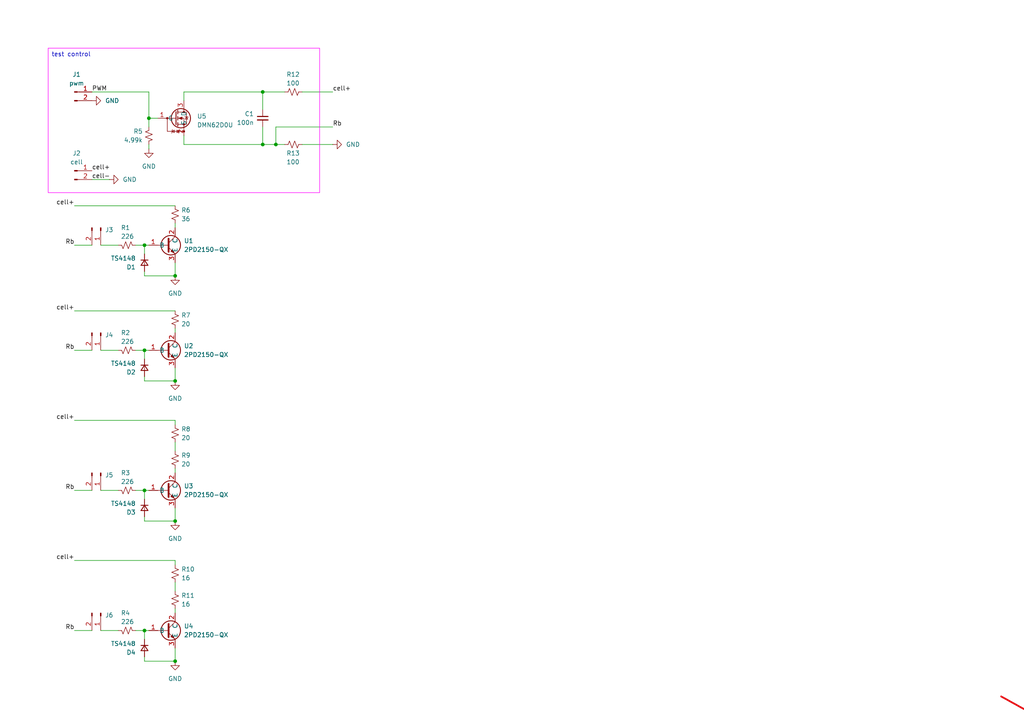
<source format=kicad_sch>
(kicad_sch (version 20250114) (generator "eeschema") (generator_version "9.0")
  (paper "A4")
  (title_block (title "Call balancing curcuit tests") (comment 1 "results recorded in schematic") (comment 2 "PCB layout designed for makerspace PCB mill") (comment 3 "focoused on heating confirmation"))
  (lib_symbols
    (symbol "Connector:Conn_01x02_Pin" (pin_names (offset 1.016) (hide yes))
      (property "Reference" "J" (at 0 2.54 0))
      (property "Value" "Conn_01x02_Pin" (at 0 -5.08 0))
      (symbol "Conn_01x02_Pin_1_1"
        (rectangle (start 0.8636 0.127) (end 0 -0.127) (stroke (width 0.1524)) (fill (type outline)))
        (rectangle (start 0.8636 -2.413) (end 0 -2.667) (stroke (width 0.1524)) (fill (type outline)))
        (polyline (pts (xy 1.27 0) (xy 0.8636 0)) (stroke (width 0.1524)))
        (polyline (pts (xy 1.27 -2.54) (xy 0.8636 -2.54)) (stroke (width 0.1524)))
        (pin passive line (at 5.08 0 180) (length 3.81) (name "Pin_1") (number "1"))
        (pin passive line (at 5.08 -2.54 180) (length 3.81) (name "Pin_2") (number "2"))
      )
    )
    (symbol "Device:C_Small" (pin_numbers (hide yes)) (pin_names (offset 0.254) (hide yes))
      (property "Reference" "C" (at 0.254 1.778 0))
      (property "Value" "C_Small" (at 0.254 -2.032 0))
      (symbol "C_Small_0_1"
        (polyline (pts (xy -1.524 0.508) (xy 1.524 0.508)) (stroke (width 0.3048)))
        (polyline (pts (xy -1.524 -0.508) (xy 1.524 -0.508)) (stroke (width 0.3302)))
      )
      (symbol "C_Small_1_1"
        (pin passive line (at 0 2.54 270) (length 2.032) (name "~") (number "1"))
        (pin passive line (at 0 -2.54 90) (length 2.032) (name "~") (number "2"))
      )
    )
    (symbol "Device:D_Small" (pin_numbers (hide yes)) (pin_names (offset 0.254) (hide yes))
      (property "Reference" "D" (at -1.27 2.032 0))
      (property "Value" "D_Small" (at -3.81 -2.032 0))
      (symbol "D_Small_0_1"
        (polyline (pts (xy -0.762 0) (xy 0.762 0)))
        (polyline (pts (xy -0.762 -1.016) (xy -0.762 1.016)) (stroke (width 0.254)))
        (polyline (pts (xy 0.762 -1.016) (xy -0.762 0) (xy 0.762 1.016) (xy 0.762 -1.016)) (stroke (width 0.254)))
      )
      (symbol "D_Small_1_1"
        (pin passive line (at -2.54 0 0) (length 1.778) (name "K") (number "1"))
        (pin passive line (at 2.54 0 180) (length 1.778) (name "A") (number "2"))
      )
    )
    (symbol "Device:R_Small_US" (pin_numbers (hide yes)) (pin_names (offset 0.254) (hide yes))
      (property "Reference" "R" (at 0.762 0.508 0))
      (property "Value" "R_Small_US" (at 0.762 -1.016 0))
      (symbol "R_Small_US_1_1"
        (polyline (pts (xy 0 1.524) (xy 1.016 1.143) (xy 0 0.762) (xy -1.016 0.381) (xy 0 0)))
        (polyline (pts (xy 0 0) (xy 1.016 -0.381) (xy 0 -0.762) (xy -1.016 -1.143) (xy 0 -1.524)))
        (pin passive line (at 0 2.54 270) (length 1.016) (name "~") (number "1"))
        (pin passive line (at 0 -2.54 90) (length 1.016) (name "~") (number "2"))
      )
    )
    (symbol "power:GND" (power) (pin_numbers (hide yes)) (pin_names (offset 0) (hide yes))
      (property "Value" "GND" (at 0 -3.81 0))
      (symbol "GND_0_1"
        (polyline (pts (xy 0 0) (xy 0 -1.27) (xy 1.27 -1.27) (xy 0 -2.54) (xy -1.27 -1.27) (xy 0 -1.27)))
      )
      (symbol "GND_1_1"
        (pin power_in line (at 0 0 270) (length 0) (name "~") (number "1"))
      )
    )
    (symbol "zzLocalLibrary:2PD2150-QX"
      (property "Reference" "U" (at 0 0 0))
      (property "Value" "2PD2150-QX" (at 0 0 0))
      (symbol "2PD2150-QX_0_1"
        (polyline (pts (xy -5.08 -6.35) (xy -1.905 -6.35)))
        (polyline (pts (xy -1.905 -4.445) (xy -1.905 -8.255)) (stroke (width 0.508)))
        (circle (center -1.27 -6.35) (radius 2.8194) (stroke (width 0.254)))
      )
      (symbol "2PD2150-QX_1_1"
        (polyline (pts (xy -1.905 -5.715) (xy 0 -3.81)))
        (polyline (pts (xy -1.905 -6.985) (xy 0 -8.89)))
        (polyline (pts (xy -1.27 -8.128) (xy -0.762 -7.62) (xy -0.254 -8.636) (xy -1.27 -8.128)) (fill (type outline)))
        (pin input line (at -7.62 -6.35 0) (length 2.54) (name "B") (number "1"))
        (pin passive line (at 0 -1.27 270) (length 2.54) (name "C") (number "2"))
        (pin passive line (at 0 -11.43 90) (length 2.54) (name "E") (number "3"))
      )
    )
    (symbol "zzLocalLibrary:DMN62D0U"
      (property "Reference" "U" (at 3.302 1.016 0))
      (property "Value" "DMN62D0U" (at 0 0 0))
      (symbol "DMN62D0U_0_1"
        (polyline (pts (xy 0 -3.81) (xy -4.826 -3.81) (xy -4.826 0)))
      )
      (symbol "DMN62D0U_1_1"
        (circle (center -4.826 0) (radius 0.254) (fill (type outline)))
        (polyline (pts (xy -3.556 -4.318) (xy -3.429 -4.191) (xy -3.429 -3.429) (xy -3.302 -3.302)))
        (polyline (pts (xy -3.429 -3.81) (xy -2.794 -4.191) (xy -2.794 -3.429) (xy -3.429 -3.81)))
        (polyline (pts (xy -2.286 1.905) (xy -2.286 -1.905)) (stroke (width 0.254)))
        (polyline (pts (xy -2.286 0) (xy -5.08 0)))
        (polyline (pts (xy -1.778 2.286) (xy -1.778 1.27)) (stroke (width 0.254)))
        (polyline (pts (xy -1.778 0.508) (xy -1.778 -0.508)) (stroke (width 0.254)))
        (polyline (pts (xy -1.778 -1.27) (xy -1.778 -2.286)) (stroke (width 0.254)))
        (polyline (pts (xy -1.778 -1.778) (xy 0.762 -1.778) (xy 0.762 1.778) (xy -1.778 1.778)))
        (polyline (pts (xy -1.524 0) (xy -0.508 0.381) (xy -0.508 -0.381) (xy -1.524 0)) (fill (type outline)))
        (polyline (pts (xy -1.397 -3.81) (xy -2.032 -3.429) (xy -2.032 -4.191) (xy -1.397 -3.81)))
        (polyline (pts (xy -1.27 -3.302) (xy -1.397 -3.429) (xy -1.397 -4.191) (xy -1.524 -4.318)))
        (circle (center -0.889 0) (radius 2.794) (stroke (width 0.254)))
        (polyline (pts (xy 0 2.54) (xy 0 1.778)))
        (circle (center 0 1.778) (radius 0.254) (fill (type outline)))
        (circle (center 0 -1.778) (radius 0.254) (fill (type outline)))
        (polyline (pts (xy 0 -2.54) (xy 0 0) (xy -1.778 0)))
        (circle (center 0 -3.81) (radius 0.254) (fill (type outline)))
        (polyline (pts (xy 0.254 0.508) (xy 0.381 0.381) (xy 1.143 0.381) (xy 1.27 0.254)))
        (polyline (pts (xy 0.762 0.381) (xy 0.381 -0.254) (xy 1.143 -0.254) (xy 0.762 0.381)))
        (pin input line (at -7.62 0 0) (length 2.54) (name "G") (number "1"))
        (pin passive line (at 0 5.08 270) (length 2.54) (name "D") (number "3"))
        (pin passive line (at 0 -5.08 90) (length 2.54) (name "S") (number "2"))
      )
    )
  )
  (text_box "test control" (at 13.97 13.97 0) (size 78.74 41.91) (margins 0.9525 0.9525 0.9525 0.9525) (stroke (width 0) (color 255 0 255 1)) (effects (font (size 1.27 1.27)) (justify left top)))
  (junction (at 41.91 142.24))
  (junction (at 43.18 34.29))
  (junction (at 41.91 182.88))
  (junction (at 50.8 191.77))
  (junction (at 76.2 41.91))
  (junction (at 41.91 101.6))
  (junction (at 50.8 151.13))
  (junction (at 41.91 71.12))
  (junction (at 50.8 80.01))
  (junction (at 80.01 41.91))
  (junction (at 76.2 26.67))
  (junction (at 50.8 110.49))
  (wire (pts (xy 41.91 80.01) (xy 41.91 78.74)))
  (wire (pts (xy 80.01 41.91) (xy 82.55 41.91)))
  (wire (pts (xy 50.8 176.53) (xy 50.8 177.8)))
  (wire (pts (xy 41.91 73.66) (xy 41.91 71.12)))
  (wire (pts (xy 43.18 41.91) (xy 43.18 43.18)))
  (wire (pts (xy 43.18 34.29) (xy 45.72 34.29)))
  (wire (pts (xy 76.2 26.67) (xy 82.55 26.67)))
  (wire (pts (xy 21.59 71.12) (xy 26.67 71.12)))
  (wire (pts (xy 29.21 71.12) (xy 34.29 71.12)))
  (wire (pts (xy 76.2 26.67) (xy 76.2 31.75)))
  (wire (pts (xy 50.8 90.17) (xy 21.59 90.17)))
  (wire (pts (xy 43.18 142.24) (xy 41.91 142.24)))
  (wire (pts (xy 80.01 36.83) (xy 80.01 41.91)))
  (wire (pts (xy 96.52 36.83) (xy 80.01 36.83)))
  (wire (pts (xy 50.8 123.19) (xy 50.8 121.92)))
  (wire (pts (xy 50.8 135.89) (xy 50.8 137.16)))
  (wire (pts (xy 26.67 26.67) (xy 43.18 26.67)))
  (wire (pts (xy 53.34 41.91) (xy 53.34 39.37)))
  (wire (pts (xy 50.8 95.25) (xy 50.8 96.52)))
  (wire (pts (xy 50.8 76.2) (xy 50.8 80.01)))
  (wire (pts (xy 50.8 163.83) (xy 50.8 162.56)))
  (wire (pts (xy 53.34 41.91) (xy 76.2 41.91)))
  (wire (pts (xy 53.34 26.67) (xy 76.2 26.67)))
  (wire (pts (xy 43.18 26.67) (xy 43.18 34.29)))
  (wire (pts (xy 21.59 182.88) (xy 26.67 182.88)))
  (wire (pts (xy 21.59 142.24) (xy 26.67 142.24)))
  (wire (pts (xy 50.8 147.32) (xy 50.8 151.13)))
  (wire (pts (xy 50.8 59.69) (xy 21.59 59.69)))
  (wire (pts (xy 87.63 26.67) (xy 96.52 26.67)))
  (wire (pts (xy 41.91 144.78) (xy 41.91 142.24)))
  (wire (pts (xy 41.91 185.42) (xy 41.91 182.88)))
  (wire (pts (xy 50.8 64.77) (xy 50.8 66.04)))
  (wire (pts (xy 50.8 171.45) (xy 50.8 168.91)))
  (wire (pts (xy 43.18 71.12) (xy 41.91 71.12)))
  (wire (pts (xy 50.8 106.68) (xy 50.8 110.49)))
  (wire (pts (xy 50.8 80.01) (xy 41.91 80.01)))
  (wire (pts (xy 41.91 71.12) (xy 39.37 71.12)))
  (wire (pts (xy 76.2 36.83) (xy 76.2 41.91)))
  (wire (pts (xy 43.18 36.83) (xy 43.18 34.29)))
  (wire (pts (xy 41.91 101.6) (xy 39.37 101.6)))
  (wire (pts (xy 31.75 52.07) (xy 26.67 52.07)))
  (wire (pts (xy 41.91 110.49) (xy 41.91 109.22)))
  (wire (pts (xy 53.34 29.21) (xy 53.34 26.67)))
  (wire (pts (xy 50.8 191.77) (xy 41.91 191.77)))
  (wire (pts (xy 76.2 41.91) (xy 80.01 41.91)))
  (wire (pts (xy 87.63 41.91) (xy 96.52 41.91)))
  (wire (pts (xy 29.21 182.88) (xy 34.29 182.88)))
  (wire (pts (xy 43.18 101.6) (xy 41.91 101.6)))
  (wire (pts (xy 41.91 191.77) (xy 41.91 190.5)))
  (wire (pts (xy 41.91 151.13) (xy 41.91 149.86)))
  (wire (pts (xy 50.8 162.56) (xy 21.59 162.56)))
  (wire (pts (xy 50.8 151.13) (xy 41.91 151.13)))
  (wire (pts (xy 50.8 187.96) (xy 50.8 191.77)))
  (wire (pts (xy 50.8 110.49) (xy 41.91 110.49)))
  (wire (pts (xy 29.21 142.24) (xy 34.29 142.24)))
  (wire (pts (xy 21.59 101.6) (xy 26.67 101.6)))
  (wire (pts (xy 50.8 128.27) (xy 50.8 130.81)))
  (wire (pts (xy 41.91 142.24) (xy 39.37 142.24)))
  (wire (pts (xy 50.8 121.92) (xy 21.59 121.92)))
  (wire (pts (xy 41.91 182.88) (xy 39.37 182.88)))
  (wire (pts (xy 41.91 104.14) (xy 41.91 101.6)))
  (wire (pts (xy 29.21 101.6) (xy 34.29 101.6)))
  (wire (pts (xy 43.18 182.88) (xy 41.91 182.88)))
  (label "cell+" (at 21.59 59.69 180))
  (label "Rb" (at 21.59 182.88 180))
  (label "cell+" (at 21.59 162.56 180))
  (label "Rb" (at 21.59 142.24 180))
  (label "cell+" (at 21.59 121.92 180))
  (label "cell+" (at 21.59 90.17 180))
  (label "PWM" (at 26.67 26.67 0))
  (label "Rb" (at 21.59 101.6 180))
  (label "Rb" (at 21.59 71.12 180))
  (label "cell+" (at 96.52 26.67 0))
  (label "cell-" (at 26.67 52.07 0))
  (label "cell+" (at 26.67 49.53 0))
  (label "Rb" (at 96.52 36.83 0))
  (symbol (lib_id "Device:D_Small") (at 41.91 106.68 270) (unit 1)
    (property "Reference" "D2" (at 39.37 107.9501 90) (effects (justify right)))
    (property "Value" "TS4148" (at 39.37 105.4101 90) (effects (justify right)))
    (property "Footprint" "Diode_SMD:D_0805_2012Metric_Pad1.15x1.40mm_HandSolder" (effects (hide yes)))
    (property "Datasheet" "https://services.taiwansemi.com/storage/resources/datasheet/TS4148%20SERIES_A2301.pdf" (effects (hide yes)))
    (property "Description" "Diode, small symbol" (effects (hide yes)))
    (property "Sim.Device" "D" (effects (hide yes)))
    (property "Sim.Pins" "1=K 2=A" (effects (hide yes)))
    (property "specs" "1Vf, 75Vr, 150mA, 2A surge, 500mW, 5pF, 5uAr , 4ns recov, -55C, +175C" (effects (hide yes)))
    (property "mouser" "https://www.mouser.com/ProductDetail/Taiwan-Semiconductor/TS4148-RBG?qs=sGAEpiMZZMtbRapU8LlZD%252B6h%2FWulpAkrjAQjxa2xmp6CGEuOYHRSog%3D%3D" (effects (hide yes)))
    (property "unit x1" "0.10" (effects (hide yes)))
    (property "unit x10" "0.054" (effects (hide yes)))
    (property "unit x100" "0.046" (effects (hide yes)))
  )
  (symbol (lib_id "Device:R_Small_US") (at 36.83 182.88 270) (mirror x) (unit 1)
    (property "Reference" "R4" (at 35.052 177.8 90) (effects (justify left)))
    (property "Value" "226" (at 35.052 180.34 90) (effects (justify left)))
    (property "Footprint" "Resistor_SMD:R_0805_2012Metric_Pad1.20x1.40mm_HandSolder" (effects (hide yes)))
    (property "Description" "Resistor, US symbol" (effects (hide yes)))
    (property "mouser" "https://www.mouser.com/ProductDetail/KOA-Speer/RK73H2BTTD2260F?qs=sGAEpiMZZMvdGkrng054t0wRT%252B902PGcT6B0yBPcmBs%3D" (effects (hide yes)))
    (property "specs" "226Ohm, 250mW, 1%, 200V, -55C, +155C" (effects (hide yes)))
    (property "unit x1" "0.10" (effects (hide yes)))
    (property "unit x10" "0.023" (effects (hide yes)))
  )
  (symbol (lib_id "Device:R_Small_US") (at 50.8 125.73 180) (unit 1)
    (property "Reference" "R8" (at 52.578 124.46 0) (effects (justify right)))
    (property "Value" "20" (at 52.578 127 0) (effects (justify right)))
    (property "Footprint" "zzLocalLibraries-Footprints:imperial wide resistor R_ 3264" (effects (hide yes)))
    (property "Description" "Resistor, US symbol" (effects (hide yes)))
    (property "mouser" "https://www.mouser.com/ProductDetail/ROHM-Semiconductor/LTR100JZPJ200?qs=sGAEpiMZZMvdGkrng054tx4c7YuULGmGIv%2FyZS5mgTuUcz2Q0c5v%2Fg%3D%3D" (effects (hide yes)))
    (property "specs" "20 ohm, 3W, 200V, 1%, surge, wide. 200ppm, -55C, +155C" (effects (hide yes)))
    (property "unit x10" "0.35" (effects (hide yes)))
    (property "unit x1" "0.60" (effects (hide yes)))
    (property "unit x100" "0.249" (effects (hide yes)))
  )
  (symbol (lib_id "zzLocalLibrary:2PD2150-QX") (at 50.8 176.53 0) (unit 1)
    (property "Reference" "U4" (at 53.34 181.6099 0) (effects (justify left)))
    (property "Value" "2PD2150-QX" (at 53.34 184.1499 0) (effects (justify left)))
    (property "Footprint" "Package_TO_SOT_SMD:SOT-89-3_Handsoldering" (effects (hide yes)))
    (property "Datasheet" "https://assets.nexperia.com/documents/data-sheet/2PD2150.pdf" (effects (hide yes)))
    (property "Description" "npn 2w" (effects (hide yes)))
    (property "mouser" "https://www.mouser.com/ProductDetail/Nexperia/2PD2150-QX?qs=jcD%2FCkGBYeOd8SqDb%2Fw0pQ%3D%3D" (effects (hide yes)))
    (property "unit x10" "0.141" (effects (hide yes)))
    (property "unit x1" "0.23" (effects (hide yes)))
  )
  (symbol (lib_id "Device:R_Small_US") (at 50.8 92.71 180) (unit 1)
    (property "Reference" "R7" (at 52.578 91.44 0) (effects (justify right)))
    (property "Value" "20" (at 52.578 93.98 0) (effects (justify right)))
    (property "Footprint" "zzLocalLibraries-Footprints:imperial wide resistor R_ 3264" (effects (hide yes)))
    (property "Description" "Resistor, US symbol" (effects (hide yes)))
    (property "mouser" "https://www.mouser.com/ProductDetail/ROHM-Semiconductor/LTR100JZPJ200?qs=sGAEpiMZZMvdGkrng054tx4c7YuULGmGIv%2FyZS5mgTuUcz2Q0c5v%2Fg%3D%3D" (effects (hide yes)))
    (property "specs" "20 ohm, 3W, 200V, 1%, surge, wide. 200ppm, -55C, +155C" (effects (hide yes)))
    (property "unit x10" "0.35" (effects (hide yes)))
    (property "unit x1" "0.60" (effects (hide yes)))
    (property "unit x100" "0.249" (effects (hide yes)))
  )
  (symbol (lib_id "Device:R_Small_US") (at 36.83 71.12 270) (mirror x) (unit 1)
    (property "Reference" "R1" (at 35.052 66.04 90) (effects (justify left)))
    (property "Value" "226" (at 35.052 68.58 90) (effects (justify left)))
    (property "Footprint" "Resistor_SMD:R_0805_2012Metric_Pad1.20x1.40mm_HandSolder" (effects (hide yes)))
    (property "Description" "Resistor, US symbol" (effects (hide yes)))
    (property "mouser" "https://www.mouser.com/ProductDetail/KOA-Speer/RK73H2BTTD2260F?qs=sGAEpiMZZMvdGkrng054t0wRT%252B902PGcT6B0yBPcmBs%3D" (effects (hide yes)))
    (property "specs" "226Ohm, 250mW, 1%, 200V, -55C, +155C" (effects (hide yes)))
    (property "unit x1" "0.10" (effects (hide yes)))
    (property "unit x10" "0.023" (effects (hide yes)))
  )
  (symbol (lib_id "Device:R_Small_US") (at 50.8 133.35 180) (unit 1)
    (property "Reference" "R9" (at 52.578 132.08 0) (effects (justify right)))
    (property "Value" "20" (at 52.578 134.62 0) (effects (justify right)))
    (property "Footprint" "zzLocalLibraries-Footprints:imperial wide resistor R_ 3264" (effects (hide yes)))
    (property "Description" "Resistor, US symbol" (effects (hide yes)))
    (property "mouser" "https://www.mouser.com/ProductDetail/ROHM-Semiconductor/LTR100JZPJ200?qs=sGAEpiMZZMvdGkrng054tx4c7YuULGmGIv%2FyZS5mgTuUcz2Q0c5v%2Fg%3D%3D" (effects (hide yes)))
    (property "specs" "20 ohm, 3W, 200V, 1%, surge, wide. 200ppm, -55C, +155C" (effects (hide yes)))
    (property "unit x10" "0.35" (effects (hide yes)))
    (property "unit x1" "0.60" (effects (hide yes)))
    (property "unit x100" "0.249" (effects (hide yes)))
  )
  (symbol (lib_id "power:GND") (at 50.8 110.49 0) (unit 1)
    (property "Reference" "#PWR05" (effects (hide yes)))
    (property "Value" "GND" (at 50.8 115.57 0))
    (property "Description" "Power symbol creates a global label with name \"GND\" , ground" (effects (hide yes)))
  )
  (symbol (lib_id "Device:R_Small_US") (at 36.83 142.24 270) (mirror x) (unit 1)
    (property "Reference" "R3" (at 35.052 137.16 90) (effects (justify left)))
    (property "Value" "226" (at 35.052 139.7 90) (effects (justify left)))
    (property "Footprint" "Resistor_SMD:R_0805_2012Metric_Pad1.20x1.40mm_HandSolder" (effects (hide yes)))
    (property "Description" "Resistor, US symbol" (effects (hide yes)))
    (property "mouser" "https://www.mouser.com/ProductDetail/KOA-Speer/RK73H2BTTD2260F?qs=sGAEpiMZZMvdGkrng054t0wRT%252B902PGcT6B0yBPcmBs%3D" (effects (hide yes)))
    (property "specs" "226Ohm, 250mW, 1%, 200V, -55C, +155C" (effects (hide yes)))
    (property "unit x1" "0.10" (effects (hide yes)))
    (property "unit x10" "0.023" (effects (hide yes)))
  )
  (symbol (lib_id "power:GND") (at 50.8 151.13 0) (unit 1)
    (property "Reference" "#PWR06" (effects (hide yes)))
    (property "Value" "GND" (at 50.8 156.21 0))
    (property "Description" "Power symbol creates a global label with name \"GND\" , ground" (effects (hide yes)))
  )
  (symbol (lib_id "Device:R_Small_US") (at 43.18 39.37 0) (mirror x) (unit 1)
    (property "Reference" "R5" (at 41.402 38.1 0) (effects (justify right)))
    (property "Value" "4.99k" (at 41.402 40.64 0) (effects (justify right)))
    (property "Footprint" "Resistor_SMD:R_1206_3216Metric_Pad1.30x1.75mm_HandSolder" (effects (hide yes)))
    (property "Description" "Resistor, US symbol" (effects (hide yes)))
    (property "mouser" "https://www.mouser.com/ProductDetail/SEI-Stackpole/RNCP1206FTD4K99?qs=sGAEpiMZZMvdGkrng054tyMPH50YnZ95yR%2FF2bQQIaAb5UdPiGbTtQ%3D%3D" (effects (hide yes)))
    (property "specs" "4.99kOhm, 200V, 500mW, 1%, 100PPM, -55C, +155C" (effects (hide yes)))
    (property "unit x10" "0.016" (effects (hide yes)))
    (property "unit x1" "0.1" (effects (hide yes)))
  )
  (symbol (lib_id "power:GND") (at 31.75 52.07 90) (unit 1)
    (property "Reference" "#PWR02" (effects (hide yes)))
    (property "Value" "GND" (at 35.56 52.0699 90) (effects (justify right)))
    (property "Description" "Power symbol creates a global label with name \"GND\" , ground" (effects (hide yes)))
  )
  (symbol (lib_id "Connector:Conn_01x02_Pin") (at 29.21 66.04 270) (unit 1)
    (property "Reference" "J3" (at 30.48 66.6749 90) (effects (justify left)))
    (property "Footprint" "Connector_PinHeader_2.54mm:PinHeader_1x02_P2.54mm_Vertical" (effects (hide yes)))
    (property "Description" "Generic connector, single row, 01x02, script generated" (effects (hide yes)))
  )
  (symbol (lib_id "power:GND") (at 50.8 80.01 0) (unit 1)
    (property "Reference" "#PWR04" (effects (hide yes)))
    (property "Value" "GND" (at 50.8 85.09 0))
    (property "Description" "Power symbol creates a global label with name \"GND\" , ground" (effects (hide yes)))
  )
  (symbol (lib_id "Connector:Conn_01x02_Pin") (at 29.21 96.52 270) (unit 1)
    (property "Reference" "J4" (at 30.48 97.1549 90) (effects (justify left)))
    (property "Footprint" "Connector_PinHeader_2.54mm:PinHeader_1x02_P2.54mm_Vertical" (effects (hide yes)))
    (property "Description" "Generic connector, single row, 01x02, script generated" (effects (hide yes)))
  )
  (symbol (lib_id "power:GND") (at 26.67 29.21 90) (unit 1)
    (property "Reference" "#PWR01" (effects (hide yes)))
    (property "Value" "GND" (at 30.48 29.2099 90) (effects (justify right)))
    (property "Description" "Power symbol creates a global label with name \"GND\" , ground" (effects (hide yes)))
  )
  (symbol (lib_id "zzLocalLibrary:DMN62D0U") (at 53.34 34.29 0) (unit 1)
    (property "Reference" "U5" (at 57.15 33.7184 0) (effects (justify left)))
    (property "Value" "DMN62D0U" (at 57.15 36.2584 0) (effects (justify left)))
    (property "Footprint" "Package_TO_SOT_SMD:SOT-23_Handsoldering" (effects (hide yes)))
    (property "Datasheet" "https://4donline.ihs.com/images/VipMasterIC/IC/DIOD/DIOD-S-A0002833665/DIOD-S-A0002833270-1.pdf?hkey=CECEF36DEECDED6468708AAF2E19C0C6" (effects (hide yes)))
    (property "specs" "500mVth, 60Vds, +-20Vgs, 380mA cont, 2 ohm, 590mW" (effects (hide yes)))
    (property "mouser" "https://www.mouser.com/ProductDetail/Diodes-Incorporated/DMN62D0U-7?qs=ANipbH0jDF1YQ7DvWYjVRw%3D%3D" (effects (hide yes)))
    (property "unit x10" "0.102" (effects (hide yes)))
    (property "unit x1" "0.12" (effects (hide yes)))
  )
  (symbol (lib_id "Device:R_Small_US") (at 85.09 41.91 90) (unit 1)
    (property "Reference" "R13" (at 83.058 44.45 90) (effects (justify right)))
    (property "Value" "100" (at 83.058 46.99 90) (effects (justify right)))
    (property "Footprint" "Resistor_SMD:R_1206_3216Metric_Pad1.30x1.75mm_HandSolder" (effects (hide yes)))
    (property "Description" "Resistor, US symbol" (effects (hide yes)))
    (property "mouser" "https://www.mouser.com/ProductDetail/ROHM-Semiconductor/ESR18EZPF1000?qs=sGAEpiMZZMvdGkrng054t4QdAY%2FQ0LwebVJAgfAYbMs%3D" (effects (hide yes)))
    (property "specs" "100 omh, thick, anti surge, 1%, 750mW, 200V, -55C, +155C, 100ppm" (effects (hide yes)))
    (property "unit x10" "0.055" (effects (hide yes)))
    (property "unit x1" "0.17" (effects (hide yes)))
  )
  (symbol (lib_id "Device:D_Small") (at 41.91 147.32 270) (unit 1)
    (property "Reference" "D3" (at 39.37 148.5901 90) (effects (justify right)))
    (property "Value" "TS4148" (at 39.37 146.0501 90) (effects (justify right)))
    (property "Footprint" "Diode_SMD:D_0805_2012Metric_Pad1.15x1.40mm_HandSolder" (effects (hide yes)))
    (property "Datasheet" "https://services.taiwansemi.com/storage/resources/datasheet/TS4148%20SERIES_A2301.pdf" (effects (hide yes)))
    (property "Description" "Diode, small symbol" (effects (hide yes)))
    (property "Sim.Device" "D" (effects (hide yes)))
    (property "Sim.Pins" "1=K 2=A" (effects (hide yes)))
    (property "specs" "1Vf, 75Vr, 150mA, 2A surge, 500mW, 5pF, 5uAr , 4ns recov, -55C, +175C" (effects (hide yes)))
    (property "mouser" "https://www.mouser.com/ProductDetail/Taiwan-Semiconductor/TS4148-RBG?qs=sGAEpiMZZMtbRapU8LlZD%252B6h%2FWulpAkrjAQjxa2xmp6CGEuOYHRSog%3D%3D" (effects (hide yes)))
    (property "unit x1" "0.10" (effects (hide yes)))
    (property "unit x10" "0.054" (effects (hide yes)))
    (property "unit x100" "0.046" (effects (hide yes)))
  )
  (symbol (lib_id "power:GND") (at 43.18 43.18 0) (unit 1)
    (property "Reference" "#PWR03" (effects (hide yes)))
    (property "Value" "GND" (at 43.18 48.26 0))
    (property "Description" "Power symbol creates a global label with name \"GND\" , ground" (effects (hide yes)))
  )
  (symbol (lib_id "Connector:Conn_01x02_Pin") (at 21.59 26.67 0) (unit 1)
    (property "Reference" "J1" (at 22.225 21.59 0))
    (property "Value" "pwm" (at 22.225 24.13 0))
    (property "Footprint" "Connector_PinHeader_2.54mm:PinHeader_1x02_P2.54mm_Vertical" (effects (hide yes)))
    (property "Description" "Generic connector, single row, 01x02, script generated" (effects (hide yes)))
  )
  (symbol (lib_id "Connector:Conn_01x02_Pin") (at 29.21 137.16 270) (unit 1)
    (property "Reference" "J5" (at 30.48 137.7949 90) (effects (justify left)))
    (property "Footprint" "Connector_PinHeader_2.54mm:PinHeader_1x02_P2.54mm_Vertical" (effects (hide yes)))
    (property "Description" "Generic connector, single row, 01x02, script generated" (effects (hide yes)))
  )
  (symbol (lib_id "Device:C_Small") (at 76.2 34.29 0) (mirror y) (unit 1)
    (property "Reference" "C1" (at 73.66 33.0262 0) (effects (justify left)))
    (property "Value" "100n" (at 73.66 35.5662 0) (effects (justify left)))
    (property "Footprint" "Capacitor_SMD:C_1206_3216Metric_Pad1.33x1.80mm_HandSolder" (effects (hide yes)))
    (property "mouser" "https://www.mouser.com/ProductDetail/Walsin/1206B104K201CT?qs=fIkAfuXiAQKvqIFf8la7zg%3D%3D" (effects (hide yes)))
    (property "specs" "100nF, 200VDC, X7R, 10%, -55C, +125C" (effects (hide yes)))
    (property "unit x10" "0.045" (effects (hide yes)))
    (property "unit x1" "0.11" (effects (hide yes)))
  )
  (symbol (lib_id "Device:D_Small") (at 41.91 187.96 270) (unit 1)
    (property "Reference" "D4" (at 39.37 189.2301 90) (effects (justify right)))
    (property "Value" "TS4148" (at 39.37 186.6901 90) (effects (justify right)))
    (property "Footprint" "Diode_SMD:D_0805_2012Metric_Pad1.15x1.40mm_HandSolder" (effects (hide yes)))
    (property "Datasheet" "https://services.taiwansemi.com/storage/resources/datasheet/TS4148%20SERIES_A2301.pdf" (effects (hide yes)))
    (property "Description" "Diode, small symbol" (effects (hide yes)))
    (property "Sim.Device" "D" (effects (hide yes)))
    (property "Sim.Pins" "1=K 2=A" (effects (hide yes)))
    (property "specs" "1Vf, 75Vr, 150mA, 2A surge, 500mW, 5pF, 5uAr , 4ns recov, -55C, +175C" (effects (hide yes)))
    (property "mouser" "https://www.mouser.com/ProductDetail/Taiwan-Semiconductor/TS4148-RBG?qs=sGAEpiMZZMtbRapU8LlZD%252B6h%2FWulpAkrjAQjxa2xmp6CGEuOYHRSog%3D%3D" (effects (hide yes)))
    (property "unit x1" "0.10" (effects (hide yes)))
    (property "unit x10" "0.054" (effects (hide yes)))
    (property "unit x100" "0.046" (effects (hide yes)))
  )
  (symbol (lib_id "zzLocalLibrary:2PD2150-QX") (at 50.8 95.25 0) (unit 1)
    (property "Reference" "U2" (at 53.34 100.3299 0) (effects (justify left)))
    (property "Value" "2PD2150-QX" (at 53.34 102.8699 0) (effects (justify left)))
    (property "Footprint" "Package_TO_SOT_SMD:SOT-89-3_Handsoldering" (effects (hide yes)))
    (property "Datasheet" "https://assets.nexperia.com/documents/data-sheet/2PD2150.pdf" (effects (hide yes)))
    (property "Description" "npn 2w" (effects (hide yes)))
    (property "mouser" "https://www.mouser.com/ProductDetail/Nexperia/2PD2150-QX?qs=jcD%2FCkGBYeOd8SqDb%2Fw0pQ%3D%3D" (effects (hide yes)))
    (property "unit x10" "0.141" (effects (hide yes)))
    (property "unit x1" "0.23" (effects (hide yes)))
  )
  (symbol (lib_id "power:GND") (at 96.52 41.91 90) (unit 1)
    (property "Reference" "#PWR08" (effects (hide yes)))
    (property "Value" "GND" (at 100.33 41.9099 90) (effects (justify right)))
    (property "Description" "Power symbol creates a global label with name \"GND\" , ground" (effects (hide yes)))
  )
  (symbol (lib_id "Device:R_Small_US") (at 85.09 26.67 270) (unit 1)
    (property "Reference" "R12" (at 83.058 21.59 90) (effects (justify left)))
    (property "Value" "100" (at 83.058 24.13 90) (effects (justify left)))
    (property "Footprint" "Resistor_SMD:R_1206_3216Metric_Pad1.30x1.75mm_HandSolder" (effects (hide yes)))
    (property "Description" "Resistor, US symbol" (effects (hide yes)))
    (property "mouser" "https://www.mouser.com/ProductDetail/ROHM-Semiconductor/ESR18EZPF1000?qs=sGAEpiMZZMvdGkrng054t4QdAY%2FQ0LwebVJAgfAYbMs%3D" (effects (hide yes)))
    (property "specs" "100 omh, thick, anti surge, 1%, 750mW, 200V, -55C, +155C, 100ppm" (effects (hide yes)))
    (property "unit x10" "0.055" (effects (hide yes)))
    (property "unit x1" "0.17" (effects (hide yes)))
  )
  (symbol (lib_id "Device:R_Small_US") (at 50.8 166.37 180) (unit 1)
    (property "Reference" "R10" (at 52.578 165.1 0) (effects (justify right)))
    (property "Value" "16" (at 52.578 167.64 0) (effects (justify right)))
    (property "Footprint" "zzLocalLibraries-Footprints:imperial wide resistor R_ 3264" (effects (hide yes)))
    (property "Description" "Resistor, US symbol" (effects (hide yes)))
    (property "mouser" "https://www.mouser.com/ProductDetail/ROHM-Semiconductor/LTR100JZPJ160?qs=sGAEpiMZZMvdGkrng054tx4c7YuULGmGzd8%252BXVpFld1v5d10uDqgkw%3D%3D" (effects (hide yes)))
    (property "specs" "16 ohm, 3W, 200V, 1%, surge, wide. 200ppm, -55C, +155C" (effects (hide yes)))
    (property "unit x10" "0.35" (effects (hide yes)))
    (property "unit x1" "0.60" (effects (hide yes)))
    (property "unit x100" "0.249" (effects (hide yes)))
  )
  (symbol (lib_id "power:GND") (at 50.8 191.77 0) (unit 1)
    (property "Reference" "#PWR07" (effects (hide yes)))
    (property "Value" "GND" (at 50.8 196.85 0))
    (property "Description" "Power symbol creates a global label with name \"GND\" , ground" (effects (hide yes)))
  )
  (symbol (lib_id "zzLocalLibrary:2PD2150-QX") (at 50.8 64.77 0) (unit 1)
    (property "Reference" "U1" (at 53.34 69.8499 0) (effects (justify left)))
    (property "Value" "2PD2150-QX" (at 53.34 72.3899 0) (effects (justify left)))
    (property "Footprint" "Package_TO_SOT_SMD:SOT-89-3_Handsoldering" (effects (hide yes)))
    (property "Datasheet" "https://assets.nexperia.com/documents/data-sheet/2PD2150.pdf" (effects (hide yes)))
    (property "Description" "npn 2w" (effects (hide yes)))
    (property "mouser" "https://www.mouser.com/ProductDetail/Nexperia/2PD2150-QX?qs=jcD%2FCkGBYeOd8SqDb%2Fw0pQ%3D%3D" (effects (hide yes)))
    (property "unit x10" "0.141" (effects (hide yes)))
    (property "unit x1" "0.23" (effects (hide yes)))
  )
  (symbol (lib_id "zzLocalLibrary:2PD2150-QX") (at 50.8 135.89 0) (unit 1)
    (property "Reference" "U3" (at 53.34 140.9699 0) (effects (justify left)))
    (property "Value" "2PD2150-QX" (at 53.34 143.5099 0) (effects (justify left)))
    (property "Footprint" "Package_TO_SOT_SMD:SOT-89-3_Handsoldering" (effects (hide yes)))
    (property "Datasheet" "https://assets.nexperia.com/documents/data-sheet/2PD2150.pdf" (effects (hide yes)))
    (property "Description" "npn 2w" (effects (hide yes)))
    (property "mouser" "https://www.mouser.com/ProductDetail/Nexperia/2PD2150-QX?qs=jcD%2FCkGBYeOd8SqDb%2Fw0pQ%3D%3D" (effects (hide yes)))
    (property "unit x10" "0.141" (effects (hide yes)))
    (property "unit x1" "0.23" (effects (hide yes)))
  )
  (symbol (lib_id "Connector:Conn_01x02_Pin") (at 21.59 49.53 0) (unit 1)
    (property "Reference" "J2" (at 22.225 44.45 0))
    (property "Value" "cell" (at 22.225 46.99 0))
    (property "Footprint" "Connector_PinHeader_2.54mm:PinHeader_1x02_P2.54mm_Vertical" (effects (hide yes)))
    (property "Description" "Generic connector, single row, 01x02, script generated" (effects (hide yes)))
  )
  (symbol (lib_id "Device:R_Small_US") (at 36.83 101.6 270) (mirror x) (unit 1)
    (property "Reference" "R2" (at 35.052 96.52 90) (effects (justify left)))
    (property "Value" "226" (at 35.052 99.06 90) (effects (justify left)))
    (property "Footprint" "Resistor_SMD:R_0805_2012Metric_Pad1.20x1.40mm_HandSolder" (effects (hide yes)))
    (property "Description" "Resistor, US symbol" (effects (hide yes)))
    (property "mouser" "https://www.mouser.com/ProductDetail/KOA-Speer/RK73H2BTTD2260F?qs=sGAEpiMZZMvdGkrng054t0wRT%252B902PGcT6B0yBPcmBs%3D" (effects (hide yes)))
    (property "specs" "226Ohm, 250mW, 1%, 200V, -55C, +155C" (effects (hide yes)))
    (property "unit x1" "0.10" (effects (hide yes)))
    (property "unit x10" "0.023" (effects (hide yes)))
  )
  (symbol (lib_id "Connector:Conn_01x02_Pin") (at 29.21 177.8 270) (unit 1)
    (property "Reference" "J6" (at 30.48 178.4349 90) (effects (justify left)))
    (property "Footprint" "Connector_PinHeader_2.54mm:PinHeader_1x02_P2.54mm_Vertical" (effects (hide yes)))
    (property "Description" "Generic connector, single row, 01x02, script generated" (effects (hide yes)))
  )
  (symbol (lib_id "Device:R_Small_US") (at 50.8 173.99 180) (unit 1)
    (property "Reference" "R11" (at 52.578 172.72 0) (effects (justify right)))
    (property "Value" "16" (at 52.578 175.26 0) (effects (justify right)))
    (property "Footprint" "zzLocalLibraries-Footprints:imperial wide resistor R_ 3264" (effects (hide yes)))
    (property "Description" "Resistor, US symbol" (effects (hide yes)))
    (property "mouser" "https://www.mouser.com/ProductDetail/ROHM-Semiconductor/LTR100JZPJ160?qs=sGAEpiMZZMvdGkrng054tx4c7YuULGmGzd8%252BXVpFld1v5d10uDqgkw%3D%3D" (effects (hide yes)))
    (property "specs" "16 ohm, 3W, 200V, 1%, surge, wide. 200ppm, -55C, +155C" (effects (hide yes)))
    (property "unit x10" "0.35" (effects (hide yes)))
    (property "unit x1" "0.60" (effects (hide yes)))
    (property "unit x100" "0.249" (effects (hide yes)))
  )
  (symbol (lib_id "Device:D_Small") (at 41.91 76.2 270) (unit 1)
    (property "Reference" "D1" (at 39.37 77.4701 90) (effects (justify right)))
    (property "Value" "TS4148" (at 39.37 74.9301 90) (effects (justify right)))
    (property "Footprint" "Diode_SMD:D_0805_2012Metric_Pad1.15x1.40mm_HandSolder" (effects (hide yes)))
    (property "Datasheet" "https://services.taiwansemi.com/storage/resources/datasheet/TS4148%20SERIES_A2301.pdf" (effects (hide yes)))
    (property "Description" "Diode, small symbol" (effects (hide yes)))
    (property "Sim.Device" "D" (effects (hide yes)))
    (property "Sim.Pins" "1=K 2=A" (effects (hide yes)))
    (property "specs" "1Vf, 75Vr, 150mA, 2A surge, 500mW, 5pF, 5uAr , 4ns recov, -55C, +175C" (effects (hide yes)))
    (property "mouser" "https://www.mouser.com/ProductDetail/Taiwan-Semiconductor/TS4148-RBG?qs=sGAEpiMZZMtbRapU8LlZD%252B6h%2FWulpAkrjAQjxa2xmp6CGEuOYHRSog%3D%3D" (effects (hide yes)))
    (property "unit x1" "0.10" (effects (hide yes)))
    (property "unit x10" "0.054" (effects (hide yes)))
    (property "unit x100" "0.046" (effects (hide yes)))
  )
  (symbol (lib_id "Device:R_Small_US") (at 50.8 62.23 180) (unit 1)
    (property "Reference" "R6" (at 52.578 60.96 0) (effects (justify right)))
    (property "Value" "36" (at 52.578 63.5 0) (effects (justify right)))
    (property "Footprint" "zzLocalLibraries-Footprints:imperial wide resistor R_ 3264" (effects (hide yes)))
    (property "Description" "Resistor, US symbol" (effects (hide yes)))
    (property "mouser" "https://www.mouser.com/ProductDetail/ROHM-Semiconductor/LTR100JZPJ360?qs=sGAEpiMZZMvdGkrng054tx4c7YuULGmGPstrAxlE1rsJ3%252BFyNXvM0g%3D%3D" (effects (hide yes)))
    (property "specs" "36 ohm, 3W, 200V, 1%, surge, wide. 200ppm, -55C, +155C" (effects (hide yes)))
    (property "unit x10" "0.265" (effects (hide yes)))
    (property "unit x1" "0.60" (effects (hide yes)))
    (property "unit x100" "0.214" (effects (hide yes)))
  )
  (sheet (at 298.45 204.47) (size 20.32 15.24) (exclude_from_sim yes) (in_bom no) (on_board no) (dnp yes) (stroke (width 0.1524))
    (property "Sheetname" "common designs" (at 298.45 203.7584 0) (effects (justify left bottom)))
    (property "Sheetfile" "../common designs.kicad_sch" (at 298.45 220.2946 0) (effects (justify left top)))
  )
)
</source>
